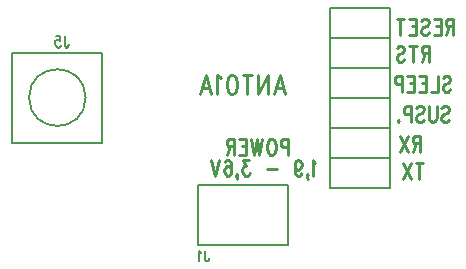
<source format=gbr>
*
*
G04 PADS 9.5 Build Number: 522968 generated Gerber (RS-274-X) file*
G04 PC Version=2.1*
*
%IN "ANT01.pcb"*%
*
%MOIN*%
*
%FSLAX35Y35*%
*
*
*
*
G04 PC Standard Apertures*
*
*
G04 Thermal Relief Aperture macro.*
%AMTER*
1,1,$1,0,0*
1,0,$1-$2,0,0*
21,0,$3,$4,0,0,45*
21,0,$3,$4,0,0,135*
%
*
*
G04 Annular Aperture macro.*
%AMANN*
1,1,$1,0,0*
1,0,$2,0,0*
%
*
*
G04 Odd Aperture macro.*
%AMODD*
1,1,$1,0,0*
1,0,$1-0.005,0,0*
%
*
*
G04 PC Custom Aperture Macros*
*
*
*
*
*
*
G04 PC Aperture Table*
*
%ADD024C,0.001*%
%ADD025C,0.01*%
%ADD029C,0.005*%
%ADD036C,0.008*%
*
*
*
*
G04 PC Circuitry*
G04 Layer Name ANT01.pcb - circuitry*
%LPD*%
*
*
G04 PC Custom Flashes*
G04 Layer Name ANT01.pcb - flashes*
%LPD*%
*
*
G04 PC Circuitry*
G04 Layer Name ANT01.pcb - circuitry*
%LPD*%
*
G54D24*
G54D25*
G01X252000Y186250D02*
Y181000D01*
Y186250D02*
X250364D01*
X249818Y186000*
X249636Y185750*
X249455Y185250*
Y184750*
X249636Y184250*
X249818Y184000*
X250364Y183750*
X252000*
X250727D02*
X249455Y181000D01*
X247818Y186250D02*
Y181000D01*
Y186250D02*
X245455D01*
X247818Y183750D02*
X246364D01*
X247818Y181000D02*
X245455D01*
X241273Y185500D02*
X241636Y186000D01*
X242182Y186250*
X242909*
X243455Y186000*
X243818Y185500*
Y185000*
X243636Y184500*
X243455Y184250*
X243091Y184000*
X242000Y183500*
X241636Y183250*
X241455Y183000*
X241273Y182500*
Y181750*
X241636Y181250*
X242182Y181000*
X242909*
X243455Y181250*
X243818Y181750*
X239636Y186250D02*
Y181000D01*
Y186250D02*
X237273D01*
X239636Y183750D02*
X238182D01*
X239636Y181000D02*
X237273D01*
X234364Y186250D02*
Y181000D01*
X235636Y186250D02*
X233091D01*
X244000Y177250D02*
Y172000D01*
Y177250D02*
X242364D01*
X241818Y177000*
X241636Y176750*
X241455Y176250*
Y175750*
X241636Y175250*
X241818Y175000*
X242364Y174750*
X244000*
X242727D02*
X241455Y172000D01*
X238545Y177250D02*
Y172000D01*
X239818Y177250D02*
X237273D01*
X233091Y176500D02*
X233455Y177000D01*
X234000Y177250*
X234727*
X235273Y177000*
X235636Y176500*
Y176000*
X235455Y175500*
X235273Y175250*
X234909Y175000*
X233818Y174500*
X233455Y174250*
X233273Y174000*
X233091Y173500*
Y172750*
X233455Y172250*
X234000Y172000*
X234727*
X235273Y172250*
X235636Y172750*
X248455Y166500D02*
X248818Y167000D01*
X249364Y167250*
X250091*
X250636Y167000*
X251000Y166500*
Y166000*
X250818Y165500*
X250636Y165250*
X250273Y165000*
X249182Y164500*
X248818Y164250*
X248636Y164000*
X248455Y163500*
Y162750*
X248818Y162250*
X249364Y162000*
X250091*
X250636Y162250*
X251000Y162750*
X246818Y167250D02*
Y162000D01*
X244636*
X243000Y167250D02*
Y162000D01*
Y167250D02*
X240636D01*
X243000Y164750D02*
X241545D01*
X243000Y162000D02*
X240636D01*
X239000Y167250D02*
Y162000D01*
Y167250D02*
X236636D01*
X239000Y164750D02*
X237545D01*
X239000Y162000D02*
X236636D01*
X235000Y167250D02*
Y162000D01*
Y167250D02*
X233364D01*
X232818Y167000*
X232636Y166750*
X232455Y166250*
Y165500*
X232636Y165000*
X232818Y164750*
X233364Y164500*
X235000*
X248055Y156400D02*
X248418Y156900D01*
X248964Y157150*
X249691*
X250236Y156900*
X250600Y156400*
Y155900*
X250418Y155400*
X250236Y155150*
X249873Y154900*
X248782Y154400*
X248418Y154150*
X248236Y153900*
X248055Y153400*
Y152650*
X248418Y152150*
X248964Y151900*
X249691*
X250236Y152150*
X250600Y152650*
X246418Y157150D02*
Y153400D01*
X246236Y152650*
X245873Y152150*
X245327Y151900*
X244964*
X244418Y152150*
X244055Y152650*
X243873Y153400*
Y157150*
X239691Y156400D02*
X240055Y156900D01*
X240600Y157150*
X241327*
X241873Y156900*
X242236Y156400*
Y155900*
X242055Y155400*
X241873Y155150*
X241509Y154900*
X240418Y154400*
X240055Y154150*
X239873Y153900*
X239691Y153400*
Y152650*
X240055Y152150*
X240600Y151900*
X241327*
X241873Y152150*
X242236Y152650*
X238055Y157150D02*
Y151900D01*
Y157150D02*
X236418D01*
X235873Y156900*
X235691Y156650*
X235509Y156150*
Y155400*
X235691Y154900*
X235873Y154650*
X236418Y154400*
X238055*
X233691Y152400D02*
X233873Y152150D01*
X233691Y151900*
X233509Y152150*
X233691Y152400*
X240727Y138250D02*
Y133000D01*
X242000Y138250D02*
X239455D01*
X237818D02*
X235273Y133000D01*
Y138250D02*
X237818Y133000D01*
X241000Y147250D02*
Y142000D01*
Y147250D02*
X239364D01*
X238818Y147000*
X238636Y146750*
X238455Y146250*
Y145750*
X238636Y145250*
X238818Y145000*
X239364Y144750*
X241000*
X239727D02*
X238455Y142000D01*
X236818Y147250D02*
X234273Y142000D01*
Y147250D02*
X236818Y142000D01*
X197000Y146250D02*
Y141000D01*
Y146250D02*
X195364D01*
X194818Y146000*
X194636Y145750*
X194455Y145250*
Y144500*
X194636Y144000*
X194818Y143750*
X195364Y143500*
X197000*
X191727Y146250D02*
X192091Y146000D01*
X192455Y145500*
X192636Y145000*
X192818Y144250*
Y143000*
X192636Y142250*
X192455Y141750*
X192091Y141250*
X191727Y141000*
X191000*
X190636Y141250*
X190273Y141750*
X190091Y142250*
X189909Y143000*
Y144250*
X190091Y145000*
X190273Y145500*
X190636Y146000*
X191000Y146250*
X191727*
X188273D02*
X187364Y141000D01*
X186455Y146250D02*
X187364Y141000D01*
X186455Y146250D02*
X185545Y141000D01*
X184636Y146250D02*
X185545Y141000D01*
X183000Y146250D02*
Y141000D01*
Y146250D02*
X180636D01*
X183000Y143750D02*
X181545D01*
X183000Y141000D02*
X180636D01*
X179000Y146250D02*
Y141000D01*
Y146250D02*
X177364D01*
X176818Y146000*
X176636Y145750*
X176455Y145250*
Y144750*
X176636Y144250*
X176818Y144000*
X177364Y143750*
X179000*
X177727D02*
X176455Y141000D01*
X206000Y138250D02*
X205636Y138500D01*
X205091Y139250*
Y134000*
X203091Y134250D02*
X203273Y134000D01*
X203455Y134250*
X203273Y134500*
X203091Y134250*
Y133750*
X203273Y133250*
X203455Y133000*
X199091Y137500D02*
X199273Y136750D01*
X199636Y136250*
X200182Y136000*
X200364*
X200909Y136250*
X201273Y136750*
X201455Y137500*
Y137750*
X201273Y138500*
X200909Y139000*
X200364Y139250*
X200182*
X199636Y139000*
X199273Y138500*
X199091Y137500*
Y136250*
X199273Y135000*
X199636Y134250*
X200182Y134000*
X200545*
X201091Y134250*
X201273Y134750*
X193273Y136250D02*
X190000D01*
X183818Y139250D02*
X181818D01*
X182909Y137250*
X182364*
X182000Y137000*
X181818Y136750*
X181636Y136000*
Y135500*
X181818Y134750*
X182182Y134250*
X182727Y134000*
X183273*
X183818Y134250*
X184000Y134500*
X184182Y135000*
X179636Y134250D02*
X179818Y134000D01*
X180000Y134250*
X179818Y134500*
X179636Y134250*
Y133750*
X179818Y133250*
X180000Y133000*
X175818Y138500D02*
X176000Y139000D01*
X176545Y139250*
X176909*
X177455Y139000*
X177818Y138250*
X178000Y137000*
Y135750*
X177818Y134750*
X177455Y134250*
X176909Y134000*
X176727*
X176182Y134250*
X175818Y134750*
X175636Y135500*
Y135750*
X175818Y136500*
X176182Y137000*
X176727Y137250*
X176909*
X177455Y137000*
X177818Y136500*
X178000Y135750*
X174000Y139250D02*
X172545Y134000D01*
X171091Y139250D02*
X172545Y134000D01*
X194082Y167663D02*
X195900Y161100D01*
X194082Y167663D02*
X192264Y161100D01*
X195218Y163288D02*
X192945D01*
X190218Y167663D02*
Y161100D01*
Y167663D02*
X187036Y161100D01*
Y167663D02*
Y161100D01*
X183400Y167663D02*
Y161100D01*
X184991Y167663D02*
X181809D01*
X178400D02*
X179082Y167350D01*
X179536Y166413*
X179536D02*
X179764Y164850D01*
Y163913*
X179764D02*
X179536Y162350D01*
X179082Y161413*
X179082D02*
X178400Y161100D01*
X177945*
X177264Y161413*
X177264D02*
X176809Y162350D01*
X176582Y163913*
X176582D02*
Y164850D01*
X176809Y166413*
X176809D02*
X177264Y167350D01*
X177945Y167663*
X177945D02*
X178400D01*
X174536Y166413D02*
X174082Y166725D01*
X173400Y167663*
X173400D02*
Y161100D01*
X169536Y167663D02*
X171355Y161100D01*
X169536Y167663D02*
X167718Y161100D01*
X170673Y163288D02*
X168400D01*
G54D29*
X122477Y180594D02*
Y177594D01*
X122614Y177031*
X122750Y176844*
X123023Y176656*
X123295*
X123568Y176844*
X123705Y177031*
X123841Y177594*
Y177969*
X119477Y180594D02*
X120841D01*
X120977Y178906*
X120841Y179094*
X120432Y179281*
X120023*
X119614Y179094*
X119341Y178719*
X119205Y178156*
X119341Y177781*
X119477Y177219*
X119750Y176844*
X120159Y176656*
X120568*
X120977Y176844*
X121114Y177031*
X121250Y177406*
G54D36*
X231000Y180000D02*
Y190000D01*
X211000*
Y180000*
X231000*
Y160000D02*
Y170000D01*
X211000*
Y160000*
X231000*
Y170000D02*
Y180000D01*
X211000*
Y170000*
X231000*
Y130000D02*
Y140000D01*
X211000*
Y130000*
X231000*
Y140000D02*
Y150000D01*
X211000*
Y140000*
X231000*
Y150000D02*
Y160000D01*
X211000*
Y150000*
X231000*
X197000Y131000D02*
X167000D01*
Y111000*
X197000*
Y131000*
X129449Y160000D02*
G75*
G03X129449I-9449J0D01*
G01X135000Y175000D02*
X105000D01*
Y145000*
X135000*
Y175000*
X169236Y108813D02*
Y106213D01*
X169236D02*
X169373Y105725D01*
X169509Y105563*
X169509D02*
X169782Y105400D01*
X170055*
X170327Y105563*
X170327D02*
X170464Y105725D01*
X170600Y106213*
X170600D02*
Y106538D01*
X168009Y108163D02*
X167736Y108325D01*
X167327Y108813*
X167327D02*
Y105400D01*
G74*
X0Y0D02*
M02*

</source>
